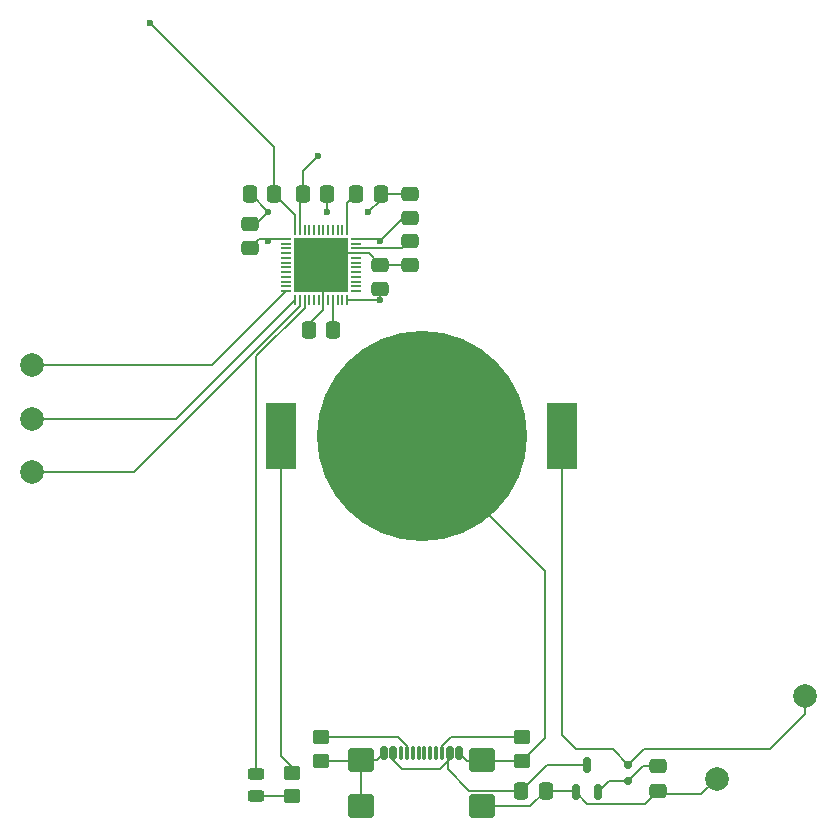
<source format=gbr>
%TF.GenerationSoftware,KiCad,Pcbnew,8.0.3-8.0.3-0~ubuntu24.04.1*%
%TF.CreationDate,2024-06-13T23:12:46+05:00*%
%TF.ProjectId,solartap_mcu_clear_60x60_g250,736f6c61-7274-4617-905f-6d63755f636c,rev?*%
%TF.SameCoordinates,Original*%
%TF.FileFunction,Copper,L1,Top*%
%TF.FilePolarity,Positive*%
%FSLAX46Y46*%
G04 Gerber Fmt 4.6, Leading zero omitted, Abs format (unit mm)*
G04 Created by KiCad (PCBNEW 8.0.3-8.0.3-0~ubuntu24.04.1) date 2024-06-13 23:12:46*
%MOMM*%
%LPD*%
G01*
G04 APERTURE LIST*
G04 Aperture macros list*
%AMRoundRect*
0 Rectangle with rounded corners*
0 $1 Rounding radius*
0 $2 $3 $4 $5 $6 $7 $8 $9 X,Y pos of 4 corners*
0 Add a 4 corners polygon primitive as box body*
4,1,4,$2,$3,$4,$5,$6,$7,$8,$9,$2,$3,0*
0 Add four circle primitives for the rounded corners*
1,1,$1+$1,$2,$3*
1,1,$1+$1,$4,$5*
1,1,$1+$1,$6,$7*
1,1,$1+$1,$8,$9*
0 Add four rect primitives between the rounded corners*
20,1,$1+$1,$2,$3,$4,$5,0*
20,1,$1+$1,$4,$5,$6,$7,0*
20,1,$1+$1,$6,$7,$8,$9,0*
20,1,$1+$1,$8,$9,$2,$3,0*%
G04 Aperture macros list end*
%TA.AperFunction,SMDPad,CuDef*%
%ADD10C,2.000000*%
%TD*%
%TA.AperFunction,SMDPad,CuDef*%
%ADD11RoundRect,0.250000X0.475000X-0.337500X0.475000X0.337500X-0.475000X0.337500X-0.475000X-0.337500X0*%
%TD*%
%TA.AperFunction,SMDPad,CuDef*%
%ADD12RoundRect,0.250000X-0.475000X0.337500X-0.475000X-0.337500X0.475000X-0.337500X0.475000X0.337500X0*%
%TD*%
%TA.AperFunction,SMDPad,CuDef*%
%ADD13RoundRect,0.250000X-0.337500X-0.475000X0.337500X-0.475000X0.337500X0.475000X-0.337500X0.475000X0*%
%TD*%
%TA.AperFunction,SMDPad,CuDef*%
%ADD14RoundRect,0.250000X0.450000X-0.350000X0.450000X0.350000X-0.450000X0.350000X-0.450000X-0.350000X0*%
%TD*%
%TA.AperFunction,SMDPad,CuDef*%
%ADD15RoundRect,0.250000X-0.840000X-0.750000X0.840000X-0.750000X0.840000X0.750000X-0.840000X0.750000X0*%
%TD*%
%TA.AperFunction,SMDPad,CuDef*%
%ADD16RoundRect,0.150000X-0.150000X-0.425000X0.150000X-0.425000X0.150000X0.425000X-0.150000X0.425000X0*%
%TD*%
%TA.AperFunction,SMDPad,CuDef*%
%ADD17RoundRect,0.075000X-0.075000X-0.500000X0.075000X-0.500000X0.075000X0.500000X-0.075000X0.500000X0*%
%TD*%
%TA.AperFunction,SMDPad,CuDef*%
%ADD18RoundRect,0.243750X-0.456250X0.243750X-0.456250X-0.243750X0.456250X-0.243750X0.456250X0.243750X0*%
%TD*%
%TA.AperFunction,SMDPad,CuDef*%
%ADD19RoundRect,0.050000X-0.050000X0.350000X-0.050000X-0.350000X0.050000X-0.350000X0.050000X0.350000X0*%
%TD*%
%TA.AperFunction,SMDPad,CuDef*%
%ADD20RoundRect,0.050000X-0.350000X0.050000X-0.350000X-0.050000X0.350000X-0.050000X0.350000X0.050000X0*%
%TD*%
%TA.AperFunction,HeatsinkPad*%
%ADD21R,4.600000X4.600000*%
%TD*%
%TA.AperFunction,SMDPad,CuDef*%
%ADD22RoundRect,0.250000X0.337500X0.475000X-0.337500X0.475000X-0.337500X-0.475000X0.337500X-0.475000X0*%
%TD*%
%TA.AperFunction,SMDPad,CuDef*%
%ADD23RoundRect,0.150000X0.150000X-0.512500X0.150000X0.512500X-0.150000X0.512500X-0.150000X-0.512500X0*%
%TD*%
%TA.AperFunction,SMDPad,CuDef*%
%ADD24RoundRect,0.150000X0.200000X-0.150000X0.200000X0.150000X-0.200000X0.150000X-0.200000X-0.150000X0*%
%TD*%
%TA.AperFunction,SMDPad,CuDef*%
%ADD25R,2.600000X5.560000*%
%TD*%
%TA.AperFunction,SMDPad,CuDef*%
%ADD26C,17.800000*%
%TD*%
%TA.AperFunction,SMDPad,CuDef*%
%ADD27RoundRect,0.250000X-0.450000X0.350000X-0.450000X-0.350000X0.450000X-0.350000X0.450000X0.350000X0*%
%TD*%
%TA.AperFunction,ViaPad*%
%ADD28C,0.600000*%
%TD*%
%TA.AperFunction,Conductor*%
%ADD29C,0.200000*%
%TD*%
G04 APERTURE END LIST*
D10*
%TO.P,TP1,1,1*%
%TO.N,Net-(U1-P0.21{slash}~{RESET})*%
X62000000Y-71500000D03*
%TD*%
D11*
%TO.P,C5,1*%
%TO.N,+3.3V*%
X94000000Y-59037500D03*
%TO.P,C5,2*%
%TO.N,GND*%
X94000000Y-56962500D03*
%TD*%
%TO.P,C4,1*%
%TO.N,+3.3V*%
X80500000Y-61567500D03*
%TO.P,C4,2*%
%TO.N,GND*%
X80500000Y-59492500D03*
%TD*%
D12*
%TO.P,C3,1*%
%TO.N,Net-(U1-DEC4)*%
X94000000Y-60962500D03*
%TO.P,C3,2*%
%TO.N,GND*%
X94000000Y-63037500D03*
%TD*%
D10*
%TO.P,TP2,1,1*%
%TO.N,Net-(U1-SWDCLK)*%
X62000000Y-76000000D03*
%TD*%
D13*
%TO.P,C12,1*%
%TO.N,Net-(U2-IN)*%
X103462500Y-107500000D03*
%TO.P,C12,2*%
%TO.N,GND*%
X105537500Y-107500000D03*
%TD*%
D10*
%TO.P,TP3,1,1*%
%TO.N,Net-(U1-SWDIO)*%
X62000000Y-80500000D03*
%TD*%
D12*
%TO.P,C13,1*%
%TO.N,Net-(D2-A)*%
X115000000Y-105462500D03*
%TO.P,C13,2*%
%TO.N,GND*%
X115000000Y-107537500D03*
%TD*%
D14*
%TO.P,R1,1*%
%TO.N,Net-(D1-A)*%
X84000000Y-108000000D03*
%TO.P,R1,2*%
%TO.N,+3.3V*%
X84000000Y-106000000D03*
%TD*%
D13*
%TO.P,C10,1*%
%TO.N,GND*%
X80462500Y-57030000D03*
%TO.P,C10,2*%
%TO.N,Net-(U1-NFC1{slash}P0.09)*%
X82537500Y-57030000D03*
%TD*%
%TO.P,C11,1*%
%TO.N,Net-(U1-NFC1{slash}P0.09)*%
X84962500Y-57030000D03*
%TO.P,C11,2*%
%TO.N,GND*%
X87037500Y-57030000D03*
%TD*%
D10*
%TO.P,TP6,1,1*%
%TO.N,GND*%
X120000000Y-106500000D03*
%TD*%
D15*
%TO.P,J1,S1,SHIELD*%
%TO.N,GND*%
X100110000Y-108825000D03*
X100110000Y-104895000D03*
X89890000Y-108825000D03*
X89890000Y-104895000D03*
D16*
%TO.P,J1,B12,GND*%
X91800000Y-104320000D03*
%TO.P,J1,B9,VBUS*%
%TO.N,Net-(U2-IN)*%
X92600000Y-104320000D03*
D17*
%TO.P,J1,B8,SBU2*%
%TO.N,unconnected-(J1-SBU2-PadB8)*%
X93250000Y-104320000D03*
%TO.P,J1,B7,D-*%
%TO.N,unconnected-(J1-D--PadB7)*%
X94250000Y-104320000D03*
%TO.P,J1,B6,D+*%
%TO.N,unconnected-(J1-D+-PadB6)*%
X95750000Y-104320000D03*
%TO.P,J1,B5,CC2*%
%TO.N,Net-(J1-CC2)*%
X96750000Y-104320000D03*
D16*
%TO.P,J1,B4,VBUS*%
%TO.N,Net-(U2-IN)*%
X97400000Y-104320000D03*
%TO.P,J1,B1,GND*%
%TO.N,GND*%
X98200000Y-104320000D03*
%TO.P,J1,A12,GND*%
X98200000Y-104320000D03*
%TO.P,J1,A9,VBUS*%
%TO.N,Net-(U2-IN)*%
X97400000Y-104320000D03*
D17*
%TO.P,J1,A8,SBU1*%
%TO.N,unconnected-(J1-SBU1-PadA8)*%
X96250000Y-104320000D03*
%TO.P,J1,A7,D-*%
%TO.N,unconnected-(J1-D--PadA7)*%
X95250000Y-104320000D03*
%TO.P,J1,A6,D+*%
%TO.N,unconnected-(J1-D+-PadA6)*%
X94750000Y-104320000D03*
%TO.P,J1,A5,CC1*%
%TO.N,Net-(J1-CC1)*%
X93750000Y-104320000D03*
D16*
%TO.P,J1,A4,VBUS*%
%TO.N,Net-(U2-IN)*%
X92600000Y-104320000D03*
%TO.P,J1,A1,GND*%
%TO.N,GND*%
X91800000Y-104320000D03*
%TD*%
D18*
%TO.P,D1,1,K*%
%TO.N,Net-(D1-K)*%
X81000000Y-106062500D03*
%TO.P,D1,2,A*%
%TO.N,Net-(D1-A)*%
X81000000Y-107937500D03*
%TD*%
D19*
%TO.P,U1,1,DEC1*%
%TO.N,Net-(U1-DEC1)*%
X88700000Y-60050000D03*
%TO.P,U1,2,P0.00/XL1*%
%TO.N,unconnected-(U1-P0.00{slash}XL1-Pad2)*%
X88300000Y-60050000D03*
%TO.P,U1,3,P0.01/XL2*%
%TO.N,unconnected-(U1-P0.01{slash}XL2-Pad3)*%
X87900000Y-60050000D03*
%TO.P,U1,4,P0.02/AIN0*%
%TO.N,unconnected-(U1-P0.02{slash}AIN0-Pad4)*%
X87500000Y-60050000D03*
%TO.P,U1,5,P0.03/AIN1*%
%TO.N,unconnected-(U1-P0.03{slash}AIN1-Pad5)*%
X87100000Y-60050000D03*
%TO.P,U1,6,P0.04/AIN2*%
%TO.N,unconnected-(U1-P0.04{slash}AIN2-Pad6)*%
X86700000Y-60050000D03*
%TO.P,U1,7,P0.05/AIN3*%
%TO.N,unconnected-(U1-P0.05{slash}AIN3-Pad7)*%
X86300000Y-60050000D03*
%TO.P,U1,8,P0.06*%
%TO.N,unconnected-(U1-P0.06-Pad8)*%
X85900000Y-60050000D03*
%TO.P,U1,9,P0.07*%
%TO.N,unconnected-(U1-P0.07-Pad9)*%
X85500000Y-60050000D03*
%TO.P,U1,10,P0.08*%
%TO.N,unconnected-(U1-P0.08-Pad10)*%
X85100000Y-60050000D03*
%TO.P,U1,11,NFC1/P0.09*%
%TO.N,Net-(U1-NFC1{slash}P0.09)*%
X84700000Y-60050000D03*
%TO.P,U1,12,NFC2/P0.10*%
X84300000Y-60050000D03*
D20*
%TO.P,U1,13,VDD*%
%TO.N,+3.3V*%
X83550000Y-60800000D03*
%TO.P,U1,14,P0.11*%
%TO.N,unconnected-(U1-P0.11-Pad14)*%
X83550000Y-61200000D03*
%TO.P,U1,15,P0.12*%
%TO.N,unconnected-(U1-P0.12-Pad15)*%
X83550000Y-61600000D03*
%TO.P,U1,16,P0.13*%
%TO.N,unconnected-(U1-P0.13-Pad16)*%
X83550000Y-62000000D03*
%TO.P,U1,17,P0.14*%
%TO.N,unconnected-(U1-P0.14-Pad17)*%
X83550000Y-62400000D03*
%TO.P,U1,18,P0.15*%
%TO.N,unconnected-(U1-P0.15-Pad18)*%
X83550000Y-62800000D03*
%TO.P,U1,19,P0.16*%
%TO.N,unconnected-(U1-P0.16-Pad19)*%
X83550000Y-63200000D03*
%TO.P,U1,20,P0.17*%
%TO.N,unconnected-(U1-P0.17-Pad20)*%
X83550000Y-63600000D03*
%TO.P,U1,21,P0.18/SWO*%
%TO.N,unconnected-(U1-P0.18{slash}SWO-Pad21)*%
X83550000Y-64000000D03*
%TO.P,U1,22,P0.19*%
%TO.N,unconnected-(U1-P0.19-Pad22)*%
X83550000Y-64400000D03*
%TO.P,U1,23,P0.20*%
%TO.N,unconnected-(U1-P0.20-Pad23)*%
X83550000Y-64800000D03*
%TO.P,U1,24,P0.21/~{RESET}*%
%TO.N,Net-(U1-P0.21{slash}~{RESET})*%
X83550000Y-65200000D03*
D19*
%TO.P,U1,25,SWDCLK*%
%TO.N,Net-(U1-SWDCLK)*%
X84300000Y-65950000D03*
%TO.P,U1,26,SWDIO*%
%TO.N,Net-(U1-SWDIO)*%
X84700000Y-65950000D03*
%TO.P,U1,27,P0.22*%
%TO.N,Net-(D1-K)*%
X85100000Y-65950000D03*
%TO.P,U1,28,P0.23*%
%TO.N,unconnected-(U1-P0.23-Pad28)*%
X85500000Y-65950000D03*
%TO.P,U1,29,P0.24*%
%TO.N,unconnected-(U1-P0.24-Pad29)*%
X85900000Y-65950000D03*
%TO.P,U1,30,ANT*%
%TO.N,unconnected-(U1-ANT-Pad30)*%
X86300000Y-65950000D03*
%TO.P,U1,31,VSS*%
%TO.N,GND*%
X86700000Y-65950000D03*
%TO.P,U1,32,DEC2*%
%TO.N,unconnected-(U1-DEC2-Pad32)*%
X87100000Y-65950000D03*
%TO.P,U1,33,DEC3*%
%TO.N,Net-(U1-DEC3)*%
X87500000Y-65950000D03*
%TO.P,U1,34,XC1*%
%TO.N,unconnected-(U1-XC1-Pad34)*%
X87900000Y-65950000D03*
%TO.P,U1,35,XC2*%
%TO.N,unconnected-(U1-XC2-Pad35)*%
X88300000Y-65950000D03*
%TO.P,U1,36,VDD*%
%TO.N,+3.3V*%
X88700000Y-65950000D03*
D20*
%TO.P,U1,37,P0.25*%
%TO.N,unconnected-(U1-P0.25-Pad37)*%
X89450000Y-65200000D03*
%TO.P,U1,38,P0.26*%
%TO.N,unconnected-(U1-P0.26-Pad38)*%
X89450000Y-64800000D03*
%TO.P,U1,39,P0.27*%
%TO.N,unconnected-(U1-P0.27-Pad39)*%
X89450000Y-64400000D03*
%TO.P,U1,40,P0.28/AIN4*%
%TO.N,unconnected-(U1-P0.28{slash}AIN4-Pad40)*%
X89450000Y-64000000D03*
%TO.P,U1,41,P0.29/AIN5*%
%TO.N,unconnected-(U1-P0.29{slash}AIN5-Pad41)*%
X89450000Y-63600000D03*
%TO.P,U1,42,P0.30/AIN6*%
%TO.N,unconnected-(U1-P0.30{slash}AIN6-Pad42)*%
X89450000Y-63200000D03*
%TO.P,U1,43,P0.31/AIN7*%
%TO.N,unconnected-(U1-P0.31{slash}AIN7-Pad43)*%
X89450000Y-62800000D03*
%TO.P,U1,44,NC*%
%TO.N,unconnected-(U1-NC-Pad44)*%
X89450000Y-62400000D03*
%TO.P,U1,45,VSS*%
%TO.N,GND*%
X89450000Y-62000000D03*
%TO.P,U1,46,DEC4*%
%TO.N,Net-(U1-DEC4)*%
X89450000Y-61600000D03*
%TO.P,U1,47,DCC*%
%TO.N,unconnected-(U1-DCC-Pad47)*%
X89450000Y-61200000D03*
%TO.P,U1,48,VDD*%
%TO.N,+3.3V*%
X89450000Y-60800000D03*
D21*
%TO.P,U1,49,VSS*%
%TO.N,GND*%
X86500000Y-63000000D03*
%TD*%
D11*
%TO.P,C6,1*%
%TO.N,+3.3V*%
X91500000Y-65037500D03*
%TO.P,C6,2*%
%TO.N,GND*%
X91500000Y-62962500D03*
%TD*%
D22*
%TO.P,C2,1*%
%TO.N,Net-(U1-DEC3)*%
X87537500Y-68500000D03*
%TO.P,C2,2*%
%TO.N,GND*%
X85462500Y-68500000D03*
%TD*%
D10*
%TO.P,TP5,1,1*%
%TO.N,+3.3V*%
X127500000Y-99500000D03*
%TD*%
D23*
%TO.P,U2,3,IN*%
%TO.N,Net-(U2-IN)*%
X109000000Y-105362500D03*
%TO.P,U2,2,OUT*%
%TO.N,Net-(D2-A)*%
X109950000Y-107637500D03*
%TO.P,U2,1,GND*%
%TO.N,GND*%
X108050000Y-107637500D03*
%TD*%
D24*
%TO.P,D2,2,A*%
%TO.N,Net-(D2-A)*%
X112500000Y-106700000D03*
%TO.P,D2,1,K*%
%TO.N,+3.3V*%
X112500000Y-105300000D03*
%TD*%
D13*
%TO.P,C1,1*%
%TO.N,Net-(U1-DEC1)*%
X89462500Y-57000000D03*
%TO.P,C1,2*%
%TO.N,GND*%
X91537500Y-57000000D03*
%TD*%
D14*
%TO.P,R2,1*%
%TO.N,GND*%
X86500000Y-105000000D03*
%TO.P,R2,2*%
%TO.N,Net-(J1-CC1)*%
X86500000Y-103000000D03*
%TD*%
D25*
%TO.P,BT1,1,+*%
%TO.N,+3.3V*%
X83095000Y-77500000D03*
X106905000Y-77500000D03*
D26*
%TO.P,BT1,2,-*%
%TO.N,GND*%
X95000000Y-77500000D03*
%TD*%
D27*
%TO.P,R3,1*%
%TO.N,Net-(J1-CC2)*%
X103500000Y-103000000D03*
%TO.P,R3,2*%
%TO.N,GND*%
X103500000Y-105000000D03*
%TD*%
D28*
%TO.N,Net-(U1-NFC1{slash}P0.09)*%
X86250000Y-53750000D03*
X72000000Y-42500000D03*
%TO.N,+3.3V*%
X82000000Y-61000000D03*
X91500000Y-66000000D03*
X91500000Y-61000000D03*
X83000000Y-76500000D03*
X107000000Y-76500000D03*
%TO.N,GND*%
X88000000Y-61500000D03*
X100000000Y-105000000D03*
X92000000Y-71000000D03*
X88000000Y-64500000D03*
X100000000Y-109000000D03*
X87000000Y-58500000D03*
X90500000Y-58500000D03*
X85000000Y-61500000D03*
X82000000Y-58500000D03*
%TD*%
D29*
%TO.N,Net-(U1-NFC1{slash}P0.09)*%
X86250000Y-53750000D02*
X84962500Y-55037500D01*
X84962500Y-55037500D02*
X84962500Y-57030000D01*
%TO.N,Net-(U1-P0.21{slash}~{RESET})*%
X83550000Y-65200000D02*
X77250000Y-71500000D01*
X77250000Y-71500000D02*
X62000000Y-71500000D01*
%TO.N,Net-(U1-SWDCLK)*%
X84300000Y-65950000D02*
X74250000Y-76000000D01*
X74250000Y-76000000D02*
X62000000Y-76000000D01*
%TO.N,Net-(U1-SWDIO)*%
X84700000Y-65950000D02*
X84700000Y-66446360D01*
X84700000Y-66446360D02*
X70646360Y-80500000D01*
X70646360Y-80500000D02*
X62000000Y-80500000D01*
%TO.N,+3.3V*%
X127500000Y-99500000D02*
X127500000Y-101000000D01*
X127500000Y-101000000D02*
X124500000Y-104000000D01*
X124500000Y-104000000D02*
X113800000Y-104000000D01*
X113800000Y-104000000D02*
X112500000Y-105300000D01*
%TO.N,Net-(D1-K)*%
X81000000Y-70712046D02*
X81000000Y-106062500D01*
%TO.N,+3.3V*%
X84000000Y-106000000D02*
X84000000Y-105500000D01*
X84000000Y-105500000D02*
X83095000Y-104595000D01*
X83095000Y-104595000D02*
X83095000Y-77500000D01*
X106905000Y-77500000D02*
X106905000Y-102805000D01*
X106905000Y-102805000D02*
X108100000Y-104000000D01*
X111200000Y-104000000D02*
X112500000Y-105300000D01*
X108100000Y-104000000D02*
X111200000Y-104000000D01*
%TO.N,GND*%
X105434314Y-88934314D02*
X105434314Y-103065686D01*
X105434314Y-103065686D02*
X103500000Y-105000000D01*
%TO.N,Net-(U1-NFC1{slash}P0.09)*%
X82537500Y-57030000D02*
X82537500Y-53037500D01*
X82537500Y-53037500D02*
X72000000Y-42500000D01*
%TO.N,+3.3V*%
X91500000Y-66000000D02*
X91500000Y-65037500D01*
X81800000Y-60800000D02*
X81267500Y-60800000D01*
X93462500Y-59037500D02*
X94000000Y-59037500D01*
X83550000Y-60800000D02*
X82200000Y-60800000D01*
X81267500Y-60800000D02*
X80500000Y-61567500D01*
X91450000Y-65950000D02*
X91500000Y-66000000D01*
X91500000Y-66000000D02*
X91550000Y-65950000D01*
X82000000Y-61000000D02*
X81800000Y-60800000D01*
X91500000Y-61000000D02*
X93462500Y-59037500D01*
X91300000Y-60800000D02*
X89450000Y-60800000D01*
X91500000Y-61000000D02*
X91300000Y-60800000D01*
X82200000Y-60800000D02*
X82000000Y-61000000D01*
X88700000Y-65950000D02*
X91450000Y-65950000D01*
%TO.N,GND*%
X81007500Y-59492500D02*
X82000000Y-58500000D01*
X91537500Y-57462500D02*
X90500000Y-58500000D01*
X99535000Y-104320000D02*
X100000000Y-105000000D01*
X100215000Y-105000000D02*
X100110000Y-104895000D01*
X115800000Y-107800000D02*
X118700000Y-107800000D01*
X103500000Y-105000000D02*
X100215000Y-105000000D01*
X113937500Y-108600000D02*
X115000000Y-107537500D01*
X82000000Y-58500000D02*
X80530000Y-57030000D01*
X105537500Y-107500000D02*
X107912500Y-107500000D01*
X86700000Y-66800000D02*
X85462500Y-68037500D01*
X95000000Y-78500000D02*
X105434314Y-88934314D01*
X115000000Y-107537500D02*
X115537500Y-107537500D01*
X91225000Y-104895000D02*
X91800000Y-104320000D01*
X89785000Y-105000000D02*
X89890000Y-104895000D01*
X80530000Y-57030000D02*
X80462500Y-57030000D01*
X87500000Y-62000000D02*
X86500000Y-63000000D01*
X91537500Y-57000000D02*
X91537500Y-57462500D01*
X89450000Y-62000000D02*
X90537500Y-62000000D01*
X107912500Y-107500000D02*
X108050000Y-107637500D01*
X86500000Y-105000000D02*
X89785000Y-105000000D01*
X109012500Y-108600000D02*
X113937500Y-108600000D01*
X98200000Y-104320000D02*
X98880000Y-105000000D01*
X98880000Y-105000000D02*
X100000000Y-105000000D01*
X89890000Y-104895000D02*
X91225000Y-104895000D01*
X104212500Y-108825000D02*
X105537500Y-107500000D01*
X93962500Y-57000000D02*
X94000000Y-56962500D01*
X87000000Y-58500000D02*
X87037500Y-58462500D01*
X91500000Y-62962500D02*
X93925000Y-62962500D01*
X100110000Y-108825000D02*
X104212500Y-108825000D01*
X90537500Y-62000000D02*
X91500000Y-62962500D01*
X89450000Y-62000000D02*
X87500000Y-62000000D01*
X86700000Y-65950000D02*
X86700000Y-66800000D01*
X108050000Y-107637500D02*
X109012500Y-108600000D01*
X91537500Y-57000000D02*
X91500000Y-57000000D01*
X80500000Y-59492500D02*
X81007500Y-59492500D01*
X89890000Y-108825000D02*
X89890000Y-104895000D01*
X85462500Y-68037500D02*
X85462500Y-69000000D01*
X115537500Y-107537500D02*
X115800000Y-107800000D01*
X91500000Y-57000000D02*
X93962500Y-57000000D01*
X93925000Y-62962500D02*
X94000000Y-63037500D01*
X87037500Y-58462500D02*
X87037500Y-57030000D01*
X100000000Y-109000000D02*
X100110000Y-108825000D01*
X86700000Y-65950000D02*
X86700000Y-63200000D01*
X86700000Y-63200000D02*
X86500000Y-63000000D01*
X85537500Y-69075000D02*
X85462500Y-69000000D01*
X118700000Y-107800000D02*
X120000000Y-106500000D01*
X100000000Y-105000000D02*
X100110000Y-104895000D01*
%TO.N,Net-(U1-DEC1)*%
X88700000Y-57762500D02*
X89462500Y-57000000D01*
X88700000Y-60050000D02*
X88700000Y-57762500D01*
%TO.N,Net-(U1-DEC3)*%
X87500000Y-65950000D02*
X87500000Y-68962500D01*
X87500000Y-68962500D02*
X87537500Y-69000000D01*
%TO.N,Net-(U1-DEC4)*%
X89450000Y-61600000D02*
X93362500Y-61600000D01*
X93362500Y-61600000D02*
X94000000Y-60962500D01*
%TO.N,Net-(U1-NFC1{slash}P0.09)*%
X84300000Y-60050000D02*
X84300000Y-58792500D01*
X84700000Y-57725000D02*
X84700000Y-60050000D01*
X84962500Y-57030000D02*
X84962500Y-57462500D01*
X84962500Y-57462500D02*
X84700000Y-57725000D01*
X84300000Y-58792500D02*
X82537500Y-57030000D01*
%TO.N,Net-(U2-IN)*%
X103462500Y-107500000D02*
X99040406Y-107500000D01*
X92600000Y-104894999D02*
X93379595Y-105674594D01*
X92600000Y-104320000D02*
X92600000Y-104894999D01*
X99040406Y-107500000D02*
X97215000Y-105674594D01*
X97215000Y-105674594D02*
X97215000Y-104505000D01*
X105600000Y-105362500D02*
X103462500Y-107500000D01*
X109000000Y-105362500D02*
X105600000Y-105362500D01*
X97215000Y-104505000D02*
X97400000Y-104320000D01*
X97400000Y-104815000D02*
X97400000Y-104320000D01*
X96540406Y-105674594D02*
X97400000Y-104815000D01*
X93379595Y-105674594D02*
X96540406Y-105674594D01*
%TO.N,Net-(D2-A)*%
X110887500Y-106700000D02*
X112500000Y-106700000D01*
X109950000Y-107637500D02*
X110887500Y-106700000D01*
X113737500Y-105462500D02*
X112500000Y-106700000D01*
X115000000Y-105462500D02*
X113737500Y-105462500D01*
%TO.N,Net-(D1-K)*%
X85100000Y-65950000D02*
X85100000Y-66612046D01*
X85100000Y-66612046D02*
X81000000Y-70712046D01*
%TO.N,Net-(D1-A)*%
X81500000Y-108000000D02*
X84000000Y-108000000D01*
X81437500Y-107937500D02*
X81500000Y-108000000D01*
X81000000Y-107937500D02*
X81437500Y-107937500D01*
X80937500Y-108000000D02*
X81000000Y-107937500D01*
%TO.N,Net-(J1-CC1)*%
X93037410Y-103000000D02*
X93750000Y-103712590D01*
X86500000Y-103000000D02*
X93037410Y-103000000D01*
X93750000Y-103712590D02*
X93750000Y-104320000D01*
%TO.N,Net-(J1-CC2)*%
X97495001Y-103000000D02*
X96750000Y-103745001D01*
X96750000Y-103745001D02*
X96750000Y-104320000D01*
X103500000Y-103000000D02*
X97495001Y-103000000D01*
%TD*%
M02*

</source>
